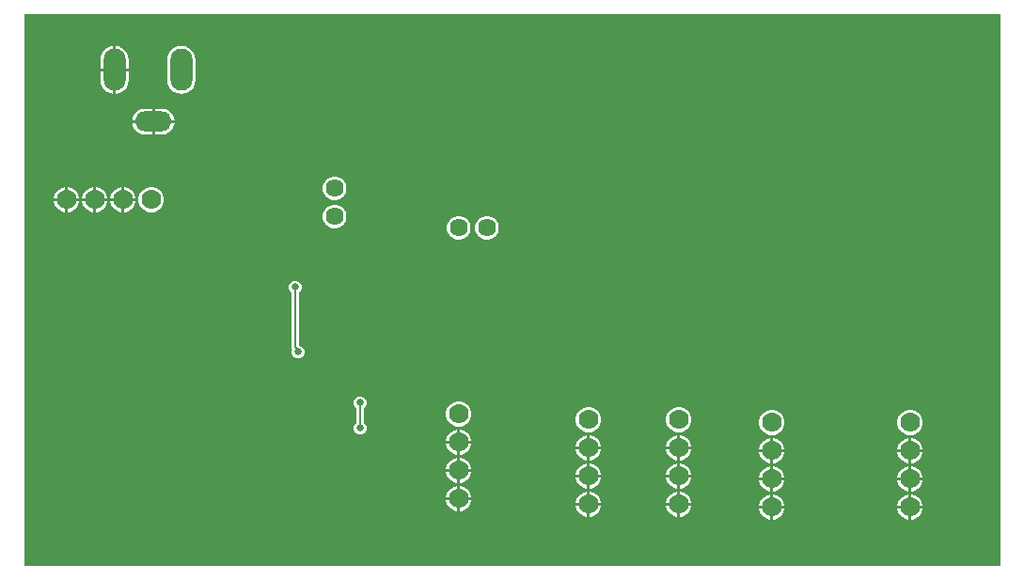
<source format=gbl>
G04*
G04 #@! TF.GenerationSoftware,Altium Limited,Altium Designer,21.8.1 (53)*
G04*
G04 Layer_Physical_Order=2*
G04 Layer_Color=16711680*
%FSLAX25Y25*%
%MOIN*%
G70*
G04*
G04 #@! TF.SameCoordinates,FCDAA400-C0CE-4F93-ADCE-5479437ED816*
G04*
G04*
G04 #@! TF.FilePolarity,Positive*
G04*
G01*
G75*
%ADD17C,0.00600*%
%ADD31C,0.06378*%
%ADD32O,0.12992X0.07087*%
%ADD33O,0.07874X0.14961*%
%ADD34C,0.07000*%
%ADD35C,0.02500*%
G36*
X347961Y2039D02*
X2039D01*
Y197961D01*
X347961D01*
Y2039D01*
D02*
G37*
%LPC*%
G36*
X34500Y186457D02*
Y178500D01*
X38980D01*
Y181543D01*
X38810Y182832D01*
X38313Y184033D01*
X37521Y185064D01*
X36490Y185856D01*
X35289Y186353D01*
X34500Y186457D01*
D02*
G37*
G36*
X33500D02*
X32711Y186353D01*
X31510Y185856D01*
X30479Y185064D01*
X29688Y184033D01*
X29190Y182832D01*
X29020Y181543D01*
Y178500D01*
X33500D01*
Y186457D01*
D02*
G37*
G36*
X38980Y177500D02*
X34500D01*
Y169543D01*
X35289Y169647D01*
X36490Y170144D01*
X37521Y170936D01*
X38313Y171967D01*
X38810Y173168D01*
X38980Y174457D01*
Y177500D01*
D02*
G37*
G36*
X33500D02*
X29020D01*
Y174457D01*
X29190Y173168D01*
X29688Y171967D01*
X30479Y170936D01*
X31510Y170144D01*
X32711Y169647D01*
X33500Y169543D01*
Y177500D01*
D02*
G37*
G36*
X57622Y186523D02*
X56333Y186353D01*
X55132Y185856D01*
X54101Y185064D01*
X53310Y184033D01*
X52812Y182832D01*
X52642Y181543D01*
Y174457D01*
X52812Y173168D01*
X53310Y171967D01*
X54101Y170936D01*
X55132Y170144D01*
X56333Y169647D01*
X57622Y169477D01*
X58911Y169647D01*
X60112Y170144D01*
X61143Y170936D01*
X61935Y171967D01*
X62432Y173168D01*
X62602Y174457D01*
Y181543D01*
X62432Y182832D01*
X61935Y184033D01*
X61143Y185064D01*
X60112Y185856D01*
X58911Y186353D01*
X57622Y186523D01*
D02*
G37*
G36*
X50732Y164275D02*
X48280D01*
Y160193D01*
X55249D01*
X55159Y160879D01*
X54701Y161984D01*
X53973Y162933D01*
X53023Y163662D01*
X51918Y164119D01*
X50732Y164275D01*
D02*
G37*
G36*
X47280D02*
X44827D01*
X43641Y164119D01*
X42535Y163662D01*
X41587Y162933D01*
X40858Y161984D01*
X40400Y160879D01*
X40310Y160193D01*
X47280D01*
Y164275D01*
D02*
G37*
G36*
X55249Y159193D02*
X48280D01*
Y155110D01*
X50732D01*
X51918Y155267D01*
X53023Y155724D01*
X53973Y156453D01*
X54701Y157402D01*
X55159Y158507D01*
X55249Y159193D01*
D02*
G37*
G36*
X47280D02*
X40310D01*
X40400Y158507D01*
X40858Y157402D01*
X41587Y156453D01*
X42535Y155724D01*
X43641Y155267D01*
X44827Y155110D01*
X47280D01*
Y159193D01*
D02*
G37*
G36*
X17592Y136500D02*
X17500D01*
Y132500D01*
X21500D01*
Y132592D01*
X21193Y133737D01*
X20601Y134763D01*
X19763Y135601D01*
X18737Y136193D01*
X17592Y136500D01*
D02*
G37*
G36*
X27592D02*
X27500D01*
Y132500D01*
X31500D01*
Y132592D01*
X31193Y133737D01*
X30601Y134763D01*
X29763Y135601D01*
X28737Y136193D01*
X27592Y136500D01*
D02*
G37*
G36*
X37592D02*
X37500D01*
Y132500D01*
X41500D01*
Y132592D01*
X41193Y133737D01*
X40601Y134763D01*
X39763Y135601D01*
X38737Y136193D01*
X37592Y136500D01*
D02*
G37*
G36*
X16500D02*
X16408D01*
X15263Y136193D01*
X14237Y135601D01*
X13399Y134763D01*
X12807Y133737D01*
X12500Y132592D01*
Y132500D01*
X16500D01*
Y136500D01*
D02*
G37*
G36*
X26500D02*
X26408D01*
X25263Y136193D01*
X24237Y135601D01*
X23399Y134763D01*
X22807Y133737D01*
X22500Y132592D01*
Y132500D01*
X26500D01*
Y136500D01*
D02*
G37*
G36*
X36500D02*
X36408D01*
X35263Y136193D01*
X34237Y135601D01*
X33399Y134763D01*
X32807Y133737D01*
X32500Y132592D01*
Y132500D01*
X36500D01*
Y136500D01*
D02*
G37*
G36*
X112551Y140189D02*
X111449D01*
X110383Y139903D01*
X109428Y139352D01*
X108648Y138572D01*
X108097Y137617D01*
X107811Y136551D01*
Y135449D01*
X108097Y134383D01*
X108648Y133428D01*
X109428Y132648D01*
X110383Y132097D01*
X111449Y131811D01*
X112551D01*
X113617Y132097D01*
X114572Y132648D01*
X115352Y133428D01*
X115903Y134383D01*
X116189Y135449D01*
Y136551D01*
X115903Y137617D01*
X115352Y138572D01*
X114572Y139352D01*
X113617Y139903D01*
X112551Y140189D01*
D02*
G37*
G36*
X47592Y136500D02*
X46408D01*
X45263Y136193D01*
X44237Y135601D01*
X43399Y134763D01*
X42807Y133737D01*
X42500Y132592D01*
Y131408D01*
X42807Y130263D01*
X43399Y129237D01*
X44237Y128399D01*
X45263Y127807D01*
X46408Y127500D01*
X47592D01*
X48737Y127807D01*
X49763Y128399D01*
X50601Y129237D01*
X51193Y130263D01*
X51500Y131408D01*
Y132592D01*
X51193Y133737D01*
X50601Y134763D01*
X49763Y135601D01*
X48737Y136193D01*
X47592Y136500D01*
D02*
G37*
G36*
X41500Y131500D02*
X37500D01*
Y127500D01*
X37592D01*
X38737Y127807D01*
X39763Y128399D01*
X40601Y129237D01*
X41193Y130263D01*
X41500Y131408D01*
Y131500D01*
D02*
G37*
G36*
X36500D02*
X32500D01*
Y131408D01*
X32807Y130263D01*
X33399Y129237D01*
X34237Y128399D01*
X35263Y127807D01*
X36408Y127500D01*
X36500D01*
Y131500D01*
D02*
G37*
G36*
X31500D02*
X27500D01*
Y127500D01*
X27592D01*
X28737Y127807D01*
X29763Y128399D01*
X30601Y129237D01*
X31193Y130263D01*
X31500Y131408D01*
Y131500D01*
D02*
G37*
G36*
X26500D02*
X22500D01*
Y131408D01*
X22807Y130263D01*
X23399Y129237D01*
X24237Y128399D01*
X25263Y127807D01*
X26408Y127500D01*
X26500D01*
Y131500D01*
D02*
G37*
G36*
X21500D02*
X17500D01*
Y127500D01*
X17592D01*
X18737Y127807D01*
X19763Y128399D01*
X20601Y129237D01*
X21193Y130263D01*
X21500Y131408D01*
Y131500D01*
D02*
G37*
G36*
X16500D02*
X12500D01*
Y131408D01*
X12807Y130263D01*
X13399Y129237D01*
X14237Y128399D01*
X15263Y127807D01*
X16408Y127500D01*
X16500D01*
Y131500D01*
D02*
G37*
G36*
X112551Y130189D02*
X111449D01*
X110383Y129903D01*
X109428Y129352D01*
X108648Y128572D01*
X108097Y127617D01*
X107811Y126551D01*
Y125449D01*
X108097Y124383D01*
X108648Y123428D01*
X109428Y122648D01*
X110383Y122097D01*
X111449Y121811D01*
X112551D01*
X113617Y122097D01*
X114572Y122648D01*
X115352Y123428D01*
X115903Y124383D01*
X116189Y125449D01*
Y126551D01*
X115903Y127617D01*
X115352Y128572D01*
X114572Y129352D01*
X113617Y129903D01*
X112551Y130189D01*
D02*
G37*
G36*
X166551Y126189D02*
X165448D01*
X164383Y125903D01*
X163428Y125352D01*
X162648Y124572D01*
X162097Y123617D01*
X161811Y122552D01*
Y121449D01*
X162097Y120383D01*
X162648Y119428D01*
X163428Y118648D01*
X164383Y118096D01*
X165448Y117811D01*
X166551D01*
X167617Y118096D01*
X168572Y118648D01*
X169352Y119428D01*
X169904Y120383D01*
X170189Y121449D01*
Y122552D01*
X169904Y123617D01*
X169352Y124572D01*
X168572Y125352D01*
X167617Y125903D01*
X166551Y126189D01*
D02*
G37*
G36*
X156552D02*
X155448D01*
X154383Y125903D01*
X153428Y125352D01*
X152648Y124572D01*
X152096Y123617D01*
X151811Y122552D01*
Y121449D01*
X152096Y120383D01*
X152648Y119428D01*
X153428Y118648D01*
X154383Y118096D01*
X155448Y117811D01*
X156552D01*
X157617Y118096D01*
X158572Y118648D01*
X159352Y119428D01*
X159904Y120383D01*
X160189Y121449D01*
Y122552D01*
X159904Y123617D01*
X159352Y124572D01*
X158572Y125352D01*
X157617Y125903D01*
X156552Y126189D01*
D02*
G37*
G36*
X98448Y103250D02*
X97552D01*
X96725Y102908D01*
X96092Y102275D01*
X95750Y101448D01*
Y100552D01*
X96092Y99726D01*
X96675Y99143D01*
Y79703D01*
X96775Y79196D01*
X96951Y78933D01*
X96750Y78448D01*
Y77552D01*
X97092Y76726D01*
X97725Y76092D01*
X98552Y75750D01*
X99448D01*
X100275Y76092D01*
X100908Y76726D01*
X101250Y77552D01*
Y78448D01*
X100908Y79274D01*
X100275Y79908D01*
X99448Y80250D01*
X99328D01*
X99326Y80252D01*
Y99143D01*
X99907Y99726D01*
X100250Y100552D01*
Y101448D01*
X99907Y102275D01*
X99274Y102908D01*
X98448Y103250D01*
D02*
G37*
G36*
X156592Y60500D02*
X155408D01*
X154263Y60193D01*
X153237Y59601D01*
X152399Y58763D01*
X151807Y57737D01*
X151500Y56592D01*
Y55408D01*
X151807Y54263D01*
X152399Y53237D01*
X153237Y52399D01*
X154263Y51807D01*
X155408Y51500D01*
X156592D01*
X157737Y51807D01*
X158763Y52399D01*
X159601Y53237D01*
X160193Y54263D01*
X160500Y55408D01*
Y56592D01*
X160193Y57737D01*
X159601Y58763D01*
X158763Y59601D01*
X157737Y60193D01*
X156592Y60500D01*
D02*
G37*
G36*
X234592Y58500D02*
X233408D01*
X232263Y58193D01*
X231237Y57601D01*
X230399Y56763D01*
X229807Y55737D01*
X229500Y54592D01*
Y53408D01*
X229807Y52263D01*
X230399Y51237D01*
X231237Y50399D01*
X232263Y49807D01*
X233408Y49500D01*
X234592D01*
X235737Y49807D01*
X236763Y50399D01*
X237601Y51237D01*
X238193Y52263D01*
X238500Y53408D01*
Y54592D01*
X238193Y55737D01*
X237601Y56763D01*
X236763Y57601D01*
X235737Y58193D01*
X234592Y58500D01*
D02*
G37*
G36*
X202592D02*
X201408D01*
X200263Y58193D01*
X199237Y57601D01*
X198399Y56763D01*
X197807Y55737D01*
X197500Y54592D01*
Y53408D01*
X197807Y52263D01*
X198399Y51237D01*
X199237Y50399D01*
X200263Y49807D01*
X201408Y49500D01*
X202592D01*
X203737Y49807D01*
X204763Y50399D01*
X205601Y51237D01*
X206193Y52263D01*
X206500Y53408D01*
Y54592D01*
X206193Y55737D01*
X205601Y56763D01*
X204763Y57601D01*
X203737Y58193D01*
X202592Y58500D01*
D02*
G37*
G36*
X121448Y62250D02*
X120552D01*
X119726Y61908D01*
X119093Y61274D01*
X118750Y60448D01*
Y59552D01*
X119093Y58726D01*
X119675Y58144D01*
Y52856D01*
X119093Y52275D01*
X118750Y51448D01*
Y50552D01*
X119093Y49725D01*
X119726Y49093D01*
X120552Y48750D01*
X121448D01*
X122274Y49093D01*
X122907Y49725D01*
X123250Y50552D01*
Y51448D01*
X122907Y52275D01*
X122326Y52856D01*
Y58144D01*
X122907Y58726D01*
X123250Y59552D01*
Y60448D01*
X122907Y61274D01*
X122274Y61908D01*
X121448Y62250D01*
D02*
G37*
G36*
X316592Y57500D02*
X315408D01*
X314263Y57193D01*
X313237Y56601D01*
X312399Y55763D01*
X311807Y54737D01*
X311500Y53592D01*
Y52408D01*
X311807Y51263D01*
X312399Y50237D01*
X313237Y49399D01*
X314263Y48807D01*
X315408Y48500D01*
X316592D01*
X317737Y48807D01*
X318763Y49399D01*
X319601Y50237D01*
X320193Y51263D01*
X320500Y52408D01*
Y53592D01*
X320193Y54737D01*
X319601Y55763D01*
X318763Y56601D01*
X317737Y57193D01*
X316592Y57500D01*
D02*
G37*
G36*
X267592D02*
X266408D01*
X265263Y57193D01*
X264237Y56601D01*
X263399Y55763D01*
X262807Y54737D01*
X262500Y53592D01*
Y52408D01*
X262807Y51263D01*
X263399Y50237D01*
X264237Y49399D01*
X265263Y48807D01*
X266408Y48500D01*
X267592D01*
X268737Y48807D01*
X269763Y49399D01*
X270601Y50237D01*
X271193Y51263D01*
X271500Y52408D01*
Y53592D01*
X271193Y54737D01*
X270601Y55763D01*
X269763Y56601D01*
X268737Y57193D01*
X267592Y57500D01*
D02*
G37*
G36*
X156592Y50500D02*
X156500D01*
Y46500D01*
X160500D01*
Y46592D01*
X160193Y47737D01*
X159601Y48763D01*
X158763Y49601D01*
X157737Y50193D01*
X156592Y50500D01*
D02*
G37*
G36*
X155500D02*
X155408D01*
X154263Y50193D01*
X153237Y49601D01*
X152399Y48763D01*
X151807Y47737D01*
X151500Y46592D01*
Y46500D01*
X155500D01*
Y50500D01*
D02*
G37*
G36*
X234592Y48500D02*
X234500D01*
Y44500D01*
X238500D01*
Y44592D01*
X238193Y45737D01*
X237601Y46763D01*
X236763Y47601D01*
X235737Y48193D01*
X234592Y48500D01*
D02*
G37*
G36*
X202592D02*
X202500D01*
Y44500D01*
X206500D01*
Y44592D01*
X206193Y45737D01*
X205601Y46763D01*
X204763Y47601D01*
X203737Y48193D01*
X202592Y48500D01*
D02*
G37*
G36*
X233500D02*
X233408D01*
X232263Y48193D01*
X231237Y47601D01*
X230399Y46763D01*
X229807Y45737D01*
X229500Y44592D01*
Y44500D01*
X233500D01*
Y48500D01*
D02*
G37*
G36*
X201500D02*
X201408D01*
X200263Y48193D01*
X199237Y47601D01*
X198399Y46763D01*
X197807Y45737D01*
X197500Y44592D01*
Y44500D01*
X201500D01*
Y48500D01*
D02*
G37*
G36*
X316592Y47500D02*
X316500D01*
Y43500D01*
X320500D01*
Y43592D01*
X320193Y44737D01*
X319601Y45763D01*
X318763Y46601D01*
X317737Y47193D01*
X316592Y47500D01*
D02*
G37*
G36*
X267592D02*
X267500D01*
Y43500D01*
X271500D01*
Y43592D01*
X271193Y44737D01*
X270601Y45763D01*
X269763Y46601D01*
X268737Y47193D01*
X267592Y47500D01*
D02*
G37*
G36*
X315500D02*
X315408D01*
X314263Y47193D01*
X313237Y46601D01*
X312399Y45763D01*
X311807Y44737D01*
X311500Y43592D01*
Y43500D01*
X315500D01*
Y47500D01*
D02*
G37*
G36*
X266500D02*
X266408D01*
X265263Y47193D01*
X264237Y46601D01*
X263399Y45763D01*
X262807Y44737D01*
X262500Y43592D01*
Y43500D01*
X266500D01*
Y47500D01*
D02*
G37*
G36*
X160500Y45500D02*
X156500D01*
Y41500D01*
X156592D01*
X157737Y41807D01*
X158763Y42399D01*
X159601Y43237D01*
X160193Y44263D01*
X160500Y45408D01*
Y45500D01*
D02*
G37*
G36*
X155500D02*
X151500D01*
Y45408D01*
X151807Y44263D01*
X152399Y43237D01*
X153237Y42399D01*
X154263Y41807D01*
X155408Y41500D01*
X155500D01*
Y45500D01*
D02*
G37*
G36*
X238500Y43500D02*
X234500D01*
Y39500D01*
X234592D01*
X235737Y39807D01*
X236763Y40399D01*
X237601Y41237D01*
X238193Y42263D01*
X238500Y43408D01*
Y43500D01*
D02*
G37*
G36*
X233500D02*
X229500D01*
Y43408D01*
X229807Y42263D01*
X230399Y41237D01*
X231237Y40399D01*
X232263Y39807D01*
X233408Y39500D01*
X233500D01*
Y43500D01*
D02*
G37*
G36*
X206500D02*
X202500D01*
Y39500D01*
X202592D01*
X203737Y39807D01*
X204763Y40399D01*
X205601Y41237D01*
X206193Y42263D01*
X206500Y43408D01*
Y43500D01*
D02*
G37*
G36*
X201500D02*
X197500D01*
Y43408D01*
X197807Y42263D01*
X198399Y41237D01*
X199237Y40399D01*
X200263Y39807D01*
X201408Y39500D01*
X201500D01*
Y43500D01*
D02*
G37*
G36*
X320500Y42500D02*
X316500D01*
Y38500D01*
X316592D01*
X317737Y38807D01*
X318763Y39399D01*
X319601Y40237D01*
X320193Y41263D01*
X320500Y42408D01*
Y42500D01*
D02*
G37*
G36*
X315500D02*
X311500D01*
Y42408D01*
X311807Y41263D01*
X312399Y40237D01*
X313237Y39399D01*
X314263Y38807D01*
X315408Y38500D01*
X315500D01*
Y42500D01*
D02*
G37*
G36*
X271500D02*
X267500D01*
Y38500D01*
X267592D01*
X268737Y38807D01*
X269763Y39399D01*
X270601Y40237D01*
X271193Y41263D01*
X271500Y42408D01*
Y42500D01*
D02*
G37*
G36*
X266500D02*
X262500D01*
Y42408D01*
X262807Y41263D01*
X263399Y40237D01*
X264237Y39399D01*
X265263Y38807D01*
X266408Y38500D01*
X266500D01*
Y42500D01*
D02*
G37*
G36*
X156592Y40500D02*
X156500D01*
Y36500D01*
X160500D01*
Y36592D01*
X160193Y37737D01*
X159601Y38763D01*
X158763Y39601D01*
X157737Y40193D01*
X156592Y40500D01*
D02*
G37*
G36*
X155500D02*
X155408D01*
X154263Y40193D01*
X153237Y39601D01*
X152399Y38763D01*
X151807Y37737D01*
X151500Y36592D01*
Y36500D01*
X155500D01*
Y40500D01*
D02*
G37*
G36*
X234592Y38500D02*
X234500D01*
Y34500D01*
X238500D01*
Y34592D01*
X238193Y35737D01*
X237601Y36763D01*
X236763Y37601D01*
X235737Y38193D01*
X234592Y38500D01*
D02*
G37*
G36*
X202592D02*
X202500D01*
Y34500D01*
X206500D01*
Y34592D01*
X206193Y35737D01*
X205601Y36763D01*
X204763Y37601D01*
X203737Y38193D01*
X202592Y38500D01*
D02*
G37*
G36*
X233500D02*
X233408D01*
X232263Y38193D01*
X231237Y37601D01*
X230399Y36763D01*
X229807Y35737D01*
X229500Y34592D01*
Y34500D01*
X233500D01*
Y38500D01*
D02*
G37*
G36*
X201500D02*
X201408D01*
X200263Y38193D01*
X199237Y37601D01*
X198399Y36763D01*
X197807Y35737D01*
X197500Y34592D01*
Y34500D01*
X201500D01*
Y38500D01*
D02*
G37*
G36*
X316592Y37500D02*
X316500D01*
Y33500D01*
X320500D01*
Y33592D01*
X320193Y34737D01*
X319601Y35763D01*
X318763Y36601D01*
X317737Y37193D01*
X316592Y37500D01*
D02*
G37*
G36*
X267592D02*
X267500D01*
Y33500D01*
X271500D01*
Y33592D01*
X271193Y34737D01*
X270601Y35763D01*
X269763Y36601D01*
X268737Y37193D01*
X267592Y37500D01*
D02*
G37*
G36*
X315500D02*
X315408D01*
X314263Y37193D01*
X313237Y36601D01*
X312399Y35763D01*
X311807Y34737D01*
X311500Y33592D01*
Y33500D01*
X315500D01*
Y37500D01*
D02*
G37*
G36*
X266500D02*
X266408D01*
X265263Y37193D01*
X264237Y36601D01*
X263399Y35763D01*
X262807Y34737D01*
X262500Y33592D01*
Y33500D01*
X266500D01*
Y37500D01*
D02*
G37*
G36*
X160500Y35500D02*
X156500D01*
Y31500D01*
X156592D01*
X157737Y31807D01*
X158763Y32399D01*
X159601Y33237D01*
X160193Y34263D01*
X160500Y35408D01*
Y35500D01*
D02*
G37*
G36*
X155500D02*
X151500D01*
Y35408D01*
X151807Y34263D01*
X152399Y33237D01*
X153237Y32399D01*
X154263Y31807D01*
X155408Y31500D01*
X155500D01*
Y35500D01*
D02*
G37*
G36*
X238500Y33500D02*
X234500D01*
Y29500D01*
X234592D01*
X235737Y29807D01*
X236763Y30399D01*
X237601Y31237D01*
X238193Y32263D01*
X238500Y33408D01*
Y33500D01*
D02*
G37*
G36*
X233500D02*
X229500D01*
Y33408D01*
X229807Y32263D01*
X230399Y31237D01*
X231237Y30399D01*
X232263Y29807D01*
X233408Y29500D01*
X233500D01*
Y33500D01*
D02*
G37*
G36*
X206500D02*
X202500D01*
Y29500D01*
X202592D01*
X203737Y29807D01*
X204763Y30399D01*
X205601Y31237D01*
X206193Y32263D01*
X206500Y33408D01*
Y33500D01*
D02*
G37*
G36*
X201500D02*
X197500D01*
Y33408D01*
X197807Y32263D01*
X198399Y31237D01*
X199237Y30399D01*
X200263Y29807D01*
X201408Y29500D01*
X201500D01*
Y33500D01*
D02*
G37*
G36*
X320500Y32500D02*
X316500D01*
Y28500D01*
X316592D01*
X317737Y28807D01*
X318763Y29399D01*
X319601Y30237D01*
X320193Y31263D01*
X320500Y32408D01*
Y32500D01*
D02*
G37*
G36*
X315500D02*
X311500D01*
Y32408D01*
X311807Y31263D01*
X312399Y30237D01*
X313237Y29399D01*
X314263Y28807D01*
X315408Y28500D01*
X315500D01*
Y32500D01*
D02*
G37*
G36*
X271500D02*
X267500D01*
Y28500D01*
X267592D01*
X268737Y28807D01*
X269763Y29399D01*
X270601Y30237D01*
X271193Y31263D01*
X271500Y32408D01*
Y32500D01*
D02*
G37*
G36*
X266500D02*
X262500D01*
Y32408D01*
X262807Y31263D01*
X263399Y30237D01*
X264237Y29399D01*
X265263Y28807D01*
X266408Y28500D01*
X266500D01*
Y32500D01*
D02*
G37*
G36*
X156592Y30500D02*
X156500D01*
Y26500D01*
X160500D01*
Y26592D01*
X160193Y27737D01*
X159601Y28763D01*
X158763Y29601D01*
X157737Y30193D01*
X156592Y30500D01*
D02*
G37*
G36*
X155500D02*
X155408D01*
X154263Y30193D01*
X153237Y29601D01*
X152399Y28763D01*
X151807Y27737D01*
X151500Y26592D01*
Y26500D01*
X155500D01*
Y30500D01*
D02*
G37*
G36*
X234592Y28500D02*
X234500D01*
Y24500D01*
X238500D01*
Y24592D01*
X238193Y25737D01*
X237601Y26763D01*
X236763Y27601D01*
X235737Y28193D01*
X234592Y28500D01*
D02*
G37*
G36*
X202592D02*
X202500D01*
Y24500D01*
X206500D01*
Y24592D01*
X206193Y25737D01*
X205601Y26763D01*
X204763Y27601D01*
X203737Y28193D01*
X202592Y28500D01*
D02*
G37*
G36*
X233500D02*
X233408D01*
X232263Y28193D01*
X231237Y27601D01*
X230399Y26763D01*
X229807Y25737D01*
X229500Y24592D01*
Y24500D01*
X233500D01*
Y28500D01*
D02*
G37*
G36*
X201500D02*
X201408D01*
X200263Y28193D01*
X199237Y27601D01*
X198399Y26763D01*
X197807Y25737D01*
X197500Y24592D01*
Y24500D01*
X201500D01*
Y28500D01*
D02*
G37*
G36*
X316592Y27500D02*
X316500D01*
Y23500D01*
X320500D01*
Y23592D01*
X320193Y24737D01*
X319601Y25763D01*
X318763Y26601D01*
X317737Y27193D01*
X316592Y27500D01*
D02*
G37*
G36*
X267592D02*
X267500D01*
Y23500D01*
X271500D01*
Y23592D01*
X271193Y24737D01*
X270601Y25763D01*
X269763Y26601D01*
X268737Y27193D01*
X267592Y27500D01*
D02*
G37*
G36*
X315500D02*
X315408D01*
X314263Y27193D01*
X313237Y26601D01*
X312399Y25763D01*
X311807Y24737D01*
X311500Y23592D01*
Y23500D01*
X315500D01*
Y27500D01*
D02*
G37*
G36*
X266500D02*
X266408D01*
X265263Y27193D01*
X264237Y26601D01*
X263399Y25763D01*
X262807Y24737D01*
X262500Y23592D01*
Y23500D01*
X266500D01*
Y27500D01*
D02*
G37*
G36*
X160500Y25500D02*
X156500D01*
Y21500D01*
X156592D01*
X157737Y21807D01*
X158763Y22399D01*
X159601Y23237D01*
X160193Y24263D01*
X160500Y25408D01*
Y25500D01*
D02*
G37*
G36*
X155500D02*
X151500D01*
Y25408D01*
X151807Y24263D01*
X152399Y23237D01*
X153237Y22399D01*
X154263Y21807D01*
X155408Y21500D01*
X155500D01*
Y25500D01*
D02*
G37*
G36*
X238500Y23500D02*
X234500D01*
Y19500D01*
X234592D01*
X235737Y19807D01*
X236763Y20399D01*
X237601Y21237D01*
X238193Y22263D01*
X238500Y23408D01*
Y23500D01*
D02*
G37*
G36*
X233500D02*
X229500D01*
Y23408D01*
X229807Y22263D01*
X230399Y21237D01*
X231237Y20399D01*
X232263Y19807D01*
X233408Y19500D01*
X233500D01*
Y23500D01*
D02*
G37*
G36*
X206500D02*
X202500D01*
Y19500D01*
X202592D01*
X203737Y19807D01*
X204763Y20399D01*
X205601Y21237D01*
X206193Y22263D01*
X206500Y23408D01*
Y23500D01*
D02*
G37*
G36*
X201500D02*
X197500D01*
Y23408D01*
X197807Y22263D01*
X198399Y21237D01*
X199237Y20399D01*
X200263Y19807D01*
X201408Y19500D01*
X201500D01*
Y23500D01*
D02*
G37*
G36*
X320500Y22500D02*
X316500D01*
Y18500D01*
X316592D01*
X317737Y18807D01*
X318763Y19399D01*
X319601Y20237D01*
X320193Y21263D01*
X320500Y22408D01*
Y22500D01*
D02*
G37*
G36*
X315500D02*
X311500D01*
Y22408D01*
X311807Y21263D01*
X312399Y20237D01*
X313237Y19399D01*
X314263Y18807D01*
X315408Y18500D01*
X315500D01*
Y22500D01*
D02*
G37*
G36*
X271500D02*
X267500D01*
Y18500D01*
X267592D01*
X268737Y18807D01*
X269763Y19399D01*
X270601Y20237D01*
X271193Y21263D01*
X271500Y22408D01*
Y22500D01*
D02*
G37*
G36*
X266500D02*
X262500D01*
Y22408D01*
X262807Y21263D01*
X263399Y20237D01*
X264237Y19399D01*
X265263Y18807D01*
X266408Y18500D01*
X266500D01*
Y22500D01*
D02*
G37*
%LPD*%
D17*
X98000Y79703D02*
X98637Y79067D01*
Y78364D02*
X99000Y78000D01*
X98000Y79703D02*
Y101000D01*
X98637Y78364D02*
Y79067D01*
X121000Y51000D02*
Y60000D01*
D31*
X112000Y126000D02*
D03*
Y136000D02*
D03*
X166000Y122000D02*
D03*
X156000D02*
D03*
D32*
X47780Y159693D02*
D03*
D33*
X34000Y178000D02*
D03*
X57622D02*
D03*
D34*
X37000Y132000D02*
D03*
X47000D02*
D03*
X17000D02*
D03*
X27000D02*
D03*
X156000Y46000D02*
D03*
Y56000D02*
D03*
Y26000D02*
D03*
Y36000D02*
D03*
X316000Y43000D02*
D03*
Y53000D02*
D03*
Y23000D02*
D03*
Y33000D02*
D03*
X267000Y43000D02*
D03*
Y53000D02*
D03*
Y23000D02*
D03*
Y33000D02*
D03*
X234000Y44000D02*
D03*
Y54000D02*
D03*
Y24000D02*
D03*
Y34000D02*
D03*
X202000Y44000D02*
D03*
Y54000D02*
D03*
Y24000D02*
D03*
Y34000D02*
D03*
D35*
X99000Y78000D02*
D03*
X98000Y101000D02*
D03*
X121000Y51000D02*
D03*
Y60000D02*
D03*
X160000Y178000D02*
D03*
X152000Y96000D02*
D03*
X90003Y159169D02*
D03*
X76000Y95500D02*
D03*
X30000Y18000D02*
D03*
X300000Y72000D02*
D03*
X272000D02*
D03*
X243000D02*
D03*
X214000D02*
D03*
M02*

</source>
